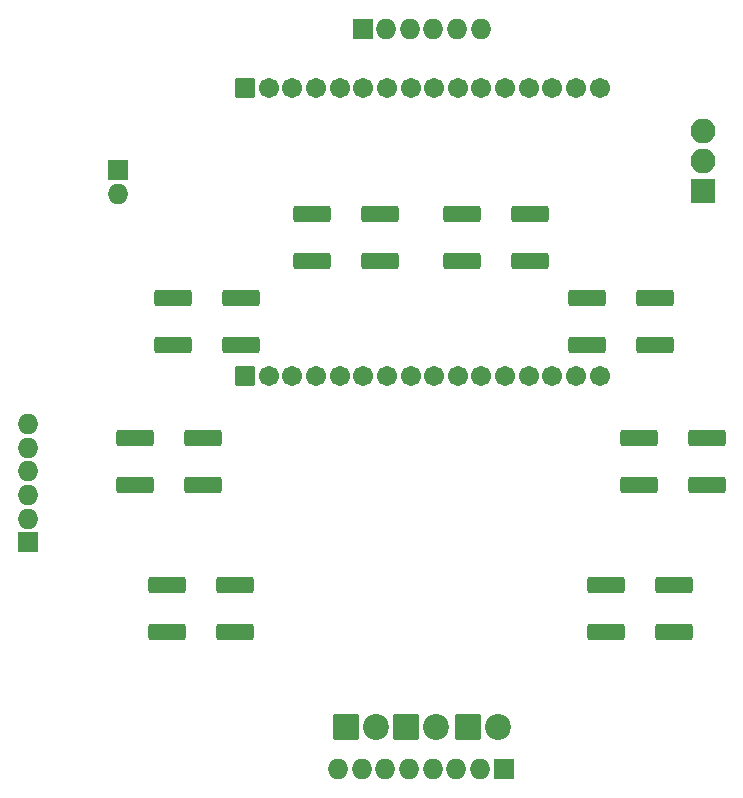
<source format=gbs>
%TF.GenerationSoftware,KiCad,Pcbnew,7.0.11-7.0.11~ubuntu20.04.1*%
%TF.CreationDate,2018-09-28T09:22:47+02:00*%
%TF.ProjectId,helmet__,68656c6d-6574-45f5-9f2e-6b696361645f,rev?*%
%TF.SameCoordinates,Original*%
%TF.FileFunction,Soldermask,Bot*%
%TF.FilePolarity,Negative*%
%FSLAX46Y46*%
G04 Gerber Fmt 4.6, Leading zero omitted, Abs format (unit mm)*
G04 Created by KiCad (PCBNEW 7.0.11-7.0.11~ubuntu20.04.1) date 2018-09-28 09:22:47*
%MOMM*%
%LPD*%
G01*
G04 APERTURE LIST*
G04 Aperture macros list*
%AMRoundRect*
0 Rectangle with rounded corners*
0 $1 Rounding radius*
0 $2 $3 $4 $5 $6 $7 $8 $9 X,Y pos of 4 corners*
0 Add a 4 corners polygon primitive as box body*
4,1,4,$2,$3,$4,$5,$6,$7,$8,$9,$2,$3,0*
0 Add four circle primitives for the rounded corners*
1,1,$1+$1,$2,$3*
1,1,$1+$1,$4,$5*
1,1,$1+$1,$6,$7*
1,1,$1+$1,$8,$9*
0 Add four rect primitives between the rounded corners*
20,1,$1+$1,$2,$3,$4,$5,0*
20,1,$1+$1,$4,$5,$6,$7,0*
20,1,$1+$1,$6,$7,$8,$9,0*
20,1,$1+$1,$8,$9,$2,$3,0*%
G04 Aperture macros list end*
%ADD10RoundRect,0.200000X-0.900000X-0.900000X0.900000X-0.900000X0.900000X0.900000X-0.900000X0.900000X0*%
%ADD11C,2.200000*%
%ADD12RoundRect,0.200000X-0.675000X0.675000X-0.675000X-0.675000X0.675000X-0.675000X0.675000X0.675000X0*%
%ADD13O,1.750000X1.750000*%
%ADD14RoundRect,0.200000X0.675000X0.675000X-0.675000X0.675000X-0.675000X-0.675000X0.675000X-0.675000X0*%
%ADD15RoundRect,0.200000X0.675000X-0.675000X0.675000X0.675000X-0.675000X0.675000X-0.675000X-0.675000X0*%
%ADD16RoundRect,0.200000X-0.675000X-0.675000X0.675000X-0.675000X0.675000X0.675000X-0.675000X0.675000X0*%
%ADD17RoundRect,0.200000X0.850000X0.850000X-0.850000X0.850000X-0.850000X-0.850000X0.850000X-0.850000X0*%
%ADD18O,2.100000X2.100000*%
%ADD19RoundRect,0.200000X0.652780X-0.652780X0.652780X0.652780X-0.652780X0.652780X-0.652780X-0.652780X0*%
%ADD20C,1.705560*%
%ADD21RoundRect,0.200000X-1.375000X-0.500000X1.375000X-0.500000X1.375000X0.500000X-1.375000X0.500000X0*%
G04 APERTURE END LIST*
D10*
%TO.C,D1*%
X170180000Y-87884000D03*
D11*
X172720000Y-87884000D03*
%TD*%
D10*
%TO.C,D2*%
X175260000Y-87884000D03*
D11*
X177800000Y-87884000D03*
%TD*%
D10*
%TO.C,D3*%
X180467000Y-87884000D03*
D11*
X183007000Y-87884000D03*
%TD*%
D12*
%TO.C,J1*%
X183515000Y-91440000D03*
D13*
X181515000Y-91440000D03*
X179515000Y-91440000D03*
X177515000Y-91440000D03*
X175515000Y-91440000D03*
X173515000Y-91440000D03*
X171515000Y-91440000D03*
X169515000Y-91440000D03*
%TD*%
D14*
%TO.C,J3*%
X143256000Y-72263000D03*
D13*
X143256000Y-70263000D03*
X143256000Y-68263000D03*
X143256000Y-66263000D03*
X143256000Y-64263000D03*
X143256000Y-62263000D03*
%TD*%
D15*
%TO.C,J4*%
X171577000Y-28829000D03*
D13*
X173577000Y-28829000D03*
X175577000Y-28829000D03*
X177577000Y-28829000D03*
X179577000Y-28829000D03*
X181577000Y-28829000D03*
%TD*%
D16*
%TO.C,J5*%
X150876000Y-40767000D03*
D13*
X150876000Y-42767000D03*
%TD*%
D17*
%TO.C,J7*%
X200406000Y-42545000D03*
D18*
X200406000Y-40005000D03*
X200406000Y-37465000D03*
%TD*%
D19*
%TO.C,U1*%
X161643060Y-58226960D03*
D20*
X163642040Y-58226960D03*
X165641020Y-58226960D03*
X167642540Y-58226960D03*
X169641520Y-58226960D03*
X171643040Y-58226960D03*
X173642020Y-58226960D03*
X175641000Y-58226960D03*
X177639980Y-58226960D03*
X179638960Y-58226960D03*
X181640480Y-58226960D03*
X183639460Y-58226960D03*
X185640980Y-58226960D03*
X187639960Y-58226960D03*
X189638940Y-58226960D03*
X191640460Y-58226960D03*
D19*
X161643060Y-33830260D03*
D20*
X163642040Y-33830260D03*
X165641020Y-33830260D03*
X167642540Y-33830260D03*
X169641520Y-33830260D03*
X171643040Y-33830260D03*
X173642020Y-33830260D03*
X175641000Y-33830260D03*
X177639980Y-33830260D03*
X179638960Y-33830260D03*
X181640480Y-33830260D03*
X183639460Y-33830260D03*
X185640980Y-33830260D03*
X187639960Y-33830260D03*
X189638940Y-33830260D03*
X191640460Y-33830260D03*
%TD*%
D21*
%TO.C,SW1*%
X152314000Y-67405000D03*
X158074000Y-67405000D03*
X152314000Y-63405000D03*
X158074000Y-63405000D03*
%TD*%
%TO.C,SW2*%
X154981000Y-79851000D03*
X160741000Y-79851000D03*
X154981000Y-75851000D03*
X160741000Y-75851000D03*
%TD*%
%TO.C,SW3*%
X155489000Y-55594000D03*
X161249000Y-55594000D03*
X155489000Y-51594000D03*
X161249000Y-51594000D03*
%TD*%
%TO.C,SW4*%
X167300000Y-48482000D03*
X173060000Y-48482000D03*
X167300000Y-44482000D03*
X173060000Y-44482000D03*
%TD*%
%TO.C,SW5*%
X180000000Y-48482000D03*
X185760000Y-48482000D03*
X180000000Y-44482000D03*
X185760000Y-44482000D03*
%TD*%
%TO.C,SW6*%
X190541000Y-55594000D03*
X196301000Y-55594000D03*
X190541000Y-51594000D03*
X196301000Y-51594000D03*
%TD*%
%TO.C,SW7*%
X194986000Y-67405000D03*
X200746000Y-67405000D03*
X194986000Y-63405000D03*
X200746000Y-63405000D03*
%TD*%
%TO.C,SW8*%
X192192000Y-79851000D03*
X197952000Y-79851000D03*
X192192000Y-75851000D03*
X197952000Y-75851000D03*
%TD*%
M02*

</source>
